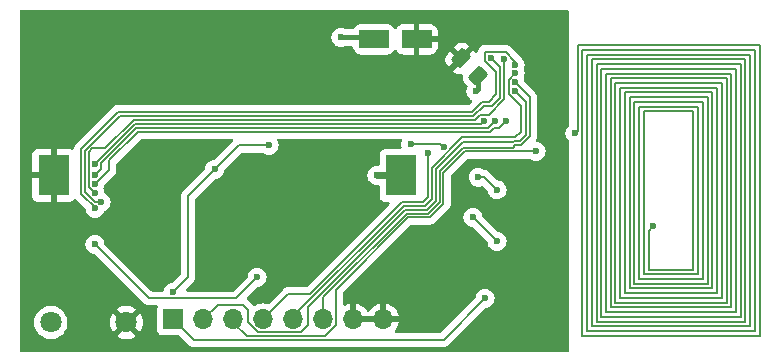
<source format=gtl>
%TF.GenerationSoftware,KiCad,Pcbnew,7.0.5*%
%TF.CreationDate,2023-07-22T13:56:16+02:00*%
%TF.ProjectId,eink-NFC,65696e6b-2d4e-4464-932e-6b696361645f,rev?*%
%TF.SameCoordinates,Original*%
%TF.FileFunction,Copper,L1,Top*%
%TF.FilePolarity,Positive*%
%FSLAX46Y46*%
G04 Gerber Fmt 4.6, Leading zero omitted, Abs format (unit mm)*
G04 Created by KiCad (PCBNEW 7.0.5) date 2023-07-22 13:56:16*
%MOMM*%
%LPD*%
G01*
G04 APERTURE LIST*
G04 Aperture macros list*
%AMRoundRect*
0 Rectangle with rounded corners*
0 $1 Rounding radius*
0 $2 $3 $4 $5 $6 $7 $8 $9 X,Y pos of 4 corners*
0 Add a 4 corners polygon primitive as box body*
4,1,4,$2,$3,$4,$5,$6,$7,$8,$9,$2,$3,0*
0 Add four circle primitives for the rounded corners*
1,1,$1+$1,$2,$3*
1,1,$1+$1,$4,$5*
1,1,$1+$1,$6,$7*
1,1,$1+$1,$8,$9*
0 Add four rect primitives between the rounded corners*
20,1,$1+$1,$2,$3,$4,$5,0*
20,1,$1+$1,$4,$5,$6,$7,0*
20,1,$1+$1,$6,$7,$8,$9,0*
20,1,$1+$1,$8,$9,$2,$3,0*%
G04 Aperture macros list end*
%TA.AperFunction,EtchedComponent*%
%ADD10C,0.200000*%
%TD*%
%TA.AperFunction,SMDPad,CuDef*%
%ADD11R,0.200000X0.200000*%
%TD*%
%TA.AperFunction,SMDPad,CuDef*%
%ADD12RoundRect,0.250000X0.574524X0.097227X0.097227X0.574524X-0.574524X-0.097227X-0.097227X-0.574524X0*%
%TD*%
%TA.AperFunction,ComponentPad*%
%ADD13C,1.800000*%
%TD*%
%TA.AperFunction,ComponentPad*%
%ADD14O,1.700000X1.700000*%
%TD*%
%TA.AperFunction,ComponentPad*%
%ADD15R,1.700000X1.700000*%
%TD*%
%TA.AperFunction,SMDPad,CuDef*%
%ADD16R,2.600000X3.500000*%
%TD*%
%TA.AperFunction,SMDPad,CuDef*%
%ADD17RoundRect,0.250000X-1.050000X-0.550000X1.050000X-0.550000X1.050000X0.550000X-1.050000X0.550000X0*%
%TD*%
%TA.AperFunction,ViaPad*%
%ADD18C,0.600000*%
%TD*%
%TA.AperFunction,Conductor*%
%ADD19C,0.200000*%
%TD*%
%TA.AperFunction,Conductor*%
%ADD20C,0.400000*%
%TD*%
%TA.AperFunction,Conductor*%
%ADD21C,0.600000*%
%TD*%
%TA.AperFunction,Conductor*%
%ADD22C,0.150000*%
%TD*%
G04 APERTURE END LIST*
D10*
%TO.C,ANT1*%
X175140000Y-70504000D02*
X175140000Y-95104000D01*
X159740000Y-70504000D02*
X175140000Y-70504000D01*
X159740000Y-70504000D02*
X159740000Y-77404000D01*
X174740000Y-70904000D02*
X174740000Y-94704000D01*
X160140000Y-70904000D02*
X174740000Y-70904000D01*
X174340000Y-71304000D02*
X174340000Y-94304000D01*
X160540000Y-71304000D02*
X174340000Y-71304000D01*
X173940000Y-71704000D02*
X173940000Y-93904000D01*
X160940000Y-71704000D02*
X173940000Y-71704000D01*
X173540000Y-72104000D02*
X173540000Y-93504000D01*
X161340000Y-72104000D02*
X173540000Y-72104000D01*
X173140000Y-72504000D02*
X173140000Y-93104000D01*
X161740000Y-72504000D02*
X173140000Y-72504000D01*
X172740000Y-72904000D02*
X172740000Y-92704000D01*
X162140000Y-72904000D02*
X172740000Y-72904000D01*
X172340000Y-73304000D02*
X172340000Y-92304000D01*
X162540000Y-73304000D02*
X172340000Y-73304000D01*
X171940000Y-73704000D02*
X171940000Y-91904000D01*
X162940000Y-73704000D02*
X171940000Y-73704000D01*
X171540000Y-74104000D02*
X171540000Y-91504000D01*
X163340000Y-74104000D02*
X171540000Y-74104000D01*
X171140000Y-74504000D02*
X171140000Y-91104000D01*
X163740000Y-74504000D02*
X171140000Y-74504000D01*
X170740000Y-74904000D02*
X170740000Y-90704000D01*
X164140000Y-74904000D02*
X170740000Y-74904000D01*
X170340000Y-75304000D02*
X170340000Y-90304000D01*
X164540000Y-75304000D02*
X170340000Y-75304000D01*
X169940000Y-75704000D02*
X169940000Y-89904000D01*
X164940000Y-75704000D02*
X169940000Y-75704000D01*
X169540000Y-76104000D02*
X169540000Y-89504000D01*
X165340000Y-76104000D02*
X169540000Y-76104000D01*
X169540000Y-89504000D02*
X165740000Y-89504000D01*
X165740000Y-89504000D02*
X165740000Y-86304000D01*
X169940000Y-89904000D02*
X165340000Y-89904000D01*
X165340000Y-89904000D02*
X165340000Y-76104000D01*
X170340000Y-90304000D02*
X164940000Y-90304000D01*
X164940000Y-90304000D02*
X164940000Y-75704000D01*
X170740000Y-90704000D02*
X164540000Y-90704000D01*
X164540000Y-90704000D02*
X164540000Y-75304000D01*
X171140000Y-91104000D02*
X164140000Y-91104000D01*
X164140000Y-91104000D02*
X164140000Y-74904000D01*
X171540000Y-91504000D02*
X163740000Y-91504000D01*
X163740000Y-91504000D02*
X163740000Y-74504000D01*
X171940000Y-91904000D02*
X163340000Y-91904000D01*
X163340000Y-91904000D02*
X163340000Y-74104000D01*
X172340000Y-92304000D02*
X162940000Y-92304000D01*
X162940000Y-92304000D02*
X162940000Y-73704000D01*
X172740000Y-92704000D02*
X162540000Y-92704000D01*
X162540000Y-92704000D02*
X162540000Y-73304000D01*
X173140000Y-93104000D02*
X162140000Y-93104000D01*
X162140000Y-93104000D02*
X162140000Y-72904000D01*
X173540000Y-93504000D02*
X161740000Y-93504000D01*
X161740000Y-93504000D02*
X161740000Y-72504000D01*
X173940000Y-93904000D02*
X161340000Y-93904000D01*
X161340000Y-93904000D02*
X161340000Y-72104000D01*
X174340000Y-94304000D02*
X160940000Y-94304000D01*
X160940000Y-94304000D02*
X160940000Y-71704000D01*
X174740000Y-94704000D02*
X160540000Y-94704000D01*
X160540000Y-94704000D02*
X160540000Y-71304000D01*
X175140000Y-95104000D02*
X160140000Y-95104000D01*
X160140000Y-95104000D02*
X160140000Y-70904000D01*
%TD*%
D11*
%TO.P,ANT1,P$1,1*%
%TO.N,Net-(ANT1-1)*%
X165740000Y-86304000D03*
%TO.P,ANT1,P$2,2*%
%TO.N,Net-(ANT1-2)*%
X159740000Y-77504000D03*
%TD*%
D12*
%TO.P,C4,1*%
%TO.N,VDD*%
X151327246Y-73094246D03*
%TO.P,C4,2*%
%TO.N,GND*%
X149860000Y-71627000D03*
%TD*%
D13*
%TO.P,S1,1,COM*%
%TO.N,NRST*%
X115131500Y-93980000D03*
%TO.P,S1,2,NO*%
%TO.N,GND*%
X121531500Y-93980000D03*
%TD*%
D14*
%TO.P,J2,8,Pin_8*%
%TO.N,GND*%
X143276793Y-93725293D03*
%TO.P,J2,7,Pin_7*%
X140736793Y-93725293D03*
%TO.P,J2,6,Pin_6*%
%TO.N,USART_RX*%
X138196793Y-93725293D03*
%TO.P,J2,5,Pin_5*%
%TO.N,USART_TX*%
X135656793Y-93725293D03*
%TO.P,J2,4,Pin_4*%
%TO.N,NRST*%
X133116793Y-93725293D03*
%TO.P,J2,3,Pin_3*%
%TO.N,SWCLK*%
X130576793Y-93725293D03*
%TO.P,J2,2,Pin_2*%
%TO.N,SWDIO*%
X128036793Y-93725293D03*
D15*
%TO.P,J2,1,Pin_1*%
%TO.N,VDD*%
X125496793Y-93725293D03*
%TD*%
D16*
%TO.P,BT1,1,+*%
%TO.N,+BATT*%
X144769500Y-81534000D03*
%TO.P,BT1,2,-*%
%TO.N,GND*%
X115369500Y-81534000D03*
%TD*%
D17*
%TO.P,C16,2*%
%TO.N,GND*%
X146094000Y-70000000D03*
%TO.P,C16,1*%
%TO.N,VDD*%
X142494000Y-70000000D03*
%TD*%
D18*
%TO.N,GND*%
X147320000Y-88900000D03*
X146050000Y-88900000D03*
X147320000Y-87630000D03*
X146050000Y-87630000D03*
X114808000Y-86360000D03*
X114808000Y-85344000D03*
X114808000Y-84328000D03*
X114808000Y-78740000D03*
X114808000Y-77724000D03*
X114808000Y-76708000D03*
X135890000Y-88900000D03*
X134620000Y-88900000D03*
X135890000Y-87630000D03*
X134620000Y-87630000D03*
X150114000Y-75158600D03*
X158165800Y-81864200D03*
X149860000Y-84124800D03*
%TO.N,+3V8*%
X151310500Y-81686400D03*
X145592800Y-78892400D03*
X148386800Y-79121000D03*
X152908000Y-82753200D03*
%TO.N,VDD*%
X151892000Y-91948000D03*
X151130000Y-74422000D03*
X139700000Y-69850000D03*
%TO.N,Net-(ANT1-1)*%
X166116000Y-85852000D03*
%TO.N,Net-(ANT1-2)*%
X159512000Y-77978000D03*
%TO.N,+BATT*%
X142748000Y-81534000D03*
%TO.N,GND*%
X146558000Y-73660000D03*
X125501400Y-75031600D03*
X116840000Y-84582000D03*
X125730000Y-86614000D03*
X125476000Y-89408000D03*
X133604000Y-83058000D03*
X130048000Y-74422000D03*
X116840000Y-78486000D03*
X129032000Y-74422000D03*
X125730000Y-85598000D03*
X131064000Y-74422000D03*
%TO.N,NRST*%
X147059100Y-79629000D03*
%TO.N,VDD*%
X129010500Y-81026000D03*
X125476000Y-91440000D03*
X133604000Y-78994000D03*
%TO.N,SWDIO*%
X154422959Y-74395544D03*
%TO.N,SWCLK*%
X156210000Y-79502000D03*
%TO.N,USART_TX*%
X154432000Y-72898000D03*
%TO.N,USART_RX*%
X154432000Y-73660000D03*
%TO.N,GDR*%
X132588000Y-90170000D03*
X118872000Y-87376000D03*
%TO.N,ePaper_BUSY*%
X118872000Y-84328000D03*
X154432000Y-72171497D03*
%TO.N,ePaper_RESET#*%
X152400000Y-71628000D03*
X119380000Y-83784503D03*
%TO.N,ePaper_D{slash}C#*%
X153486166Y-71698165D03*
X118872000Y-83058000D03*
%TO.N,ePaper_CS#*%
X153650538Y-76923565D03*
X118853500Y-82296000D03*
%TO.N,ePaper_SCK*%
X152698540Y-76958783D03*
X118853500Y-81534000D03*
%TO.N,ePaper_MOSI*%
X151790400Y-76962500D03*
X118853500Y-80576052D03*
%TO.N,SYS_WKUP1*%
X152908000Y-87122000D03*
X150876000Y-85090000D03*
%TD*%
D19*
%TO.N,ePaper_BUSY*%
X118934261Y-84328000D02*
X118872000Y-84328000D01*
X117672500Y-83066239D02*
X118934261Y-84328000D01*
X117672500Y-79303813D02*
X117672500Y-83066239D01*
X122988792Y-76181000D02*
X122969792Y-76162000D01*
X150782904Y-76181000D02*
X122988792Y-76181000D01*
X151649704Y-75314200D02*
X150782904Y-76181000D01*
X152193600Y-75314200D02*
X151649704Y-75314200D01*
X152832166Y-74675634D02*
X152193600Y-75314200D01*
X120814313Y-76162000D02*
X117672500Y-79303813D01*
X152831800Y-74675268D02*
X152832166Y-74675634D01*
X152831800Y-72694800D02*
X152831800Y-74675268D01*
X152704800Y-72694800D02*
X152831800Y-72694800D01*
X122969792Y-76162000D02*
X120814313Y-76162000D01*
X151885600Y-71101000D02*
X151866600Y-71120000D01*
X153634292Y-71101000D02*
X151885600Y-71101000D01*
X151866600Y-71856600D02*
X152704800Y-72694800D01*
X154432000Y-71898708D02*
X153634292Y-71101000D01*
X154432000Y-72171497D02*
X154432000Y-71898708D01*
X151866600Y-71120000D02*
X151866600Y-71856600D01*
%TO.N,ePaper_RESET#*%
X153159166Y-72387166D02*
X152400000Y-71628000D01*
X153159166Y-74958234D02*
X153159166Y-72387166D01*
X152476200Y-75641200D02*
X153159166Y-74958234D01*
X151785152Y-75641200D02*
X152476200Y-75641200D01*
X150918352Y-76508000D02*
X151785152Y-75641200D01*
X122853344Y-76508000D02*
X150918352Y-76508000D01*
X122834344Y-76489000D02*
X122853344Y-76508000D01*
X120949761Y-76489000D02*
X122834344Y-76489000D01*
X117999500Y-79439261D02*
X120949761Y-76489000D01*
X118853212Y-83784503D02*
X117999500Y-82930791D01*
X117999500Y-82930791D02*
X117999500Y-79439261D01*
X119380000Y-83784503D02*
X118853212Y-83784503D01*
%TO.N,ePaper_D{slash}C#*%
X118870209Y-83058000D02*
X118872000Y-83058000D01*
X118326500Y-82514291D02*
X118870209Y-83058000D01*
X118326500Y-79574709D02*
X118326500Y-82514291D01*
X118653209Y-79248000D02*
X118326500Y-79574709D01*
X119719104Y-79248000D02*
X118653209Y-79248000D01*
X122698896Y-76816000D02*
X122151104Y-76816000D01*
X122717896Y-76835000D02*
X122698896Y-76816000D01*
X151053800Y-76835000D02*
X122717896Y-76835000D01*
X122151104Y-76816000D02*
X119719104Y-79248000D01*
X152202048Y-76377800D02*
X151511000Y-76377800D01*
X151511000Y-76377800D02*
X151053800Y-76835000D01*
X153486166Y-75093682D02*
X152202048Y-76377800D01*
X153486166Y-71698165D02*
X153486166Y-75093682D01*
%TO.N,SWDIO*%
X129282100Y-92481400D02*
X128037500Y-93726000D01*
X131368800Y-92481400D02*
X129282100Y-92481400D01*
X131826000Y-92938600D02*
X131368800Y-92481400D01*
X131826000Y-93980000D02*
X131826000Y-92938600D01*
X132649000Y-94803000D02*
X131826000Y-93980000D01*
X136275109Y-94803000D02*
X132649000Y-94803000D01*
X136906000Y-94172109D02*
X136275109Y-94803000D01*
X136906000Y-92664448D02*
X136906000Y-94172109D01*
X145134448Y-84436000D02*
X136906000Y-92664448D01*
X146949526Y-84436000D02*
X145134448Y-84436000D01*
X147720000Y-83665526D02*
X146949526Y-84436000D01*
X147720000Y-81020939D02*
X147720000Y-83665526D01*
X154332261Y-78648000D02*
X154240261Y-78740000D01*
X154823552Y-78648000D02*
X154332261Y-78648000D01*
X155375000Y-75347585D02*
X155375000Y-78096552D01*
X150000939Y-78740000D02*
X147720000Y-81020939D01*
X154422959Y-74395544D02*
X155375000Y-75347585D01*
X154240261Y-78740000D02*
X150000939Y-78740000D01*
X155375000Y-78096552D02*
X154823552Y-78648000D01*
%TO.N,ePaper_CS#*%
X122538448Y-77816000D02*
X120085000Y-80269448D01*
X152303771Y-77816000D02*
X122538448Y-77816000D01*
X120085000Y-81064500D02*
X118853500Y-82296000D01*
X153088320Y-77485783D02*
X152633988Y-77485783D01*
X120085000Y-80269448D02*
X120085000Y-81064500D01*
X153650538Y-76923565D02*
X153088320Y-77485783D01*
X152633988Y-77485783D02*
X152303771Y-77816000D01*
%TO.N,+3V8*%
X148107400Y-78841600D02*
X148386800Y-79121000D01*
X146558697Y-78841600D02*
X148107400Y-78841600D01*
X146507897Y-78892400D02*
X146558697Y-78841600D01*
X145592800Y-78892400D02*
X146507897Y-78892400D01*
X151841200Y-81686400D02*
X152908000Y-82753200D01*
X151310500Y-81686400D02*
X151841200Y-81686400D01*
%TO.N,ePaper_SCK*%
X119380000Y-81007500D02*
X118853500Y-81534000D01*
X122422000Y-77470000D02*
X119380000Y-80512000D01*
X122428000Y-77470000D02*
X122422000Y-77470000D01*
X152168323Y-77489000D02*
X122447000Y-77489000D01*
X152698540Y-76958783D02*
X152168323Y-77489000D01*
X122447000Y-77489000D02*
X122428000Y-77470000D01*
X119380000Y-80512000D02*
X119380000Y-81007500D01*
%TO.N,ePaper_MOSI*%
X122286552Y-77143000D02*
X118853500Y-80576052D01*
X151790400Y-76962500D02*
X151590900Y-77162000D01*
X122582448Y-77162000D02*
X122563448Y-77143000D01*
X151590900Y-77162000D02*
X122582448Y-77162000D01*
X122563448Y-77143000D02*
X122286552Y-77143000D01*
%TO.N,SWCLK*%
X130577500Y-94001500D02*
X130577500Y-93726000D01*
X131706000Y-95130000D02*
X130577500Y-94001500D01*
X138316609Y-95130000D02*
X131706000Y-95130000D01*
X139274500Y-91220844D02*
X139274500Y-94172109D01*
X147220422Y-85090000D02*
X145405344Y-85090000D01*
X148374000Y-83936422D02*
X147220422Y-85090000D01*
X139274500Y-94172109D02*
X138316609Y-95130000D01*
X148374000Y-81291835D02*
X148374000Y-83936422D01*
X150163835Y-79502000D02*
X148374000Y-81291835D01*
X145405344Y-85090000D02*
X139274500Y-91220844D01*
X156210000Y-79502000D02*
X150163835Y-79502000D01*
%TO.N,USART_RX*%
X155702000Y-74930000D02*
X154432000Y-73660000D01*
X154959000Y-78975000D02*
X155702000Y-78232000D01*
X154467709Y-78975000D02*
X154959000Y-78975000D01*
X154267709Y-79175000D02*
X154467709Y-78975000D01*
X148047000Y-81156387D02*
X150028387Y-79175000D01*
X148047000Y-83800974D02*
X148047000Y-81156387D01*
X155702000Y-78232000D02*
X155702000Y-74930000D01*
X150028387Y-79175000D02*
X154267709Y-79175000D01*
X147084974Y-84763000D02*
X148047000Y-83800974D01*
X145269896Y-84763000D02*
X147084974Y-84763000D01*
X138197500Y-91835396D02*
X145269896Y-84763000D01*
X138197500Y-93726000D02*
X138197500Y-91835396D01*
%TO.N,USART_TX*%
X153895959Y-73434041D02*
X154432000Y-72898000D01*
X154959000Y-75676876D02*
X153895959Y-74613835D01*
X154959000Y-77829709D02*
X154959000Y-75676876D01*
X147393000Y-80885491D02*
X149957491Y-78321000D01*
X147393000Y-83530078D02*
X147393000Y-80885491D01*
X153895959Y-74613835D02*
X153895959Y-73434041D01*
X146814078Y-84109000D02*
X147393000Y-83530078D01*
X144999000Y-84109000D02*
X146814078Y-84109000D01*
X135657500Y-93450500D02*
X144999000Y-84109000D01*
X154467709Y-78321000D02*
X154959000Y-77829709D01*
X135657500Y-93726000D02*
X135657500Y-93450500D01*
X149957491Y-78321000D02*
X154467709Y-78321000D01*
%TO.N,NRST*%
X137055776Y-91589776D02*
X135253724Y-91589776D01*
X146678630Y-83782000D02*
X144863552Y-83782000D01*
X144863552Y-83782000D02*
X137055776Y-91589776D01*
X135253724Y-91589776D02*
X133117500Y-93726000D01*
X147066000Y-79635900D02*
X147066000Y-83394630D01*
X147059100Y-79629000D02*
X147066000Y-79635900D01*
X147066000Y-83394630D02*
X146678630Y-83782000D01*
%TO.N,VDD*%
X127228500Y-95457000D02*
X148383000Y-95457000D01*
X148383000Y-95457000D02*
X151892000Y-91948000D01*
X125497500Y-93726000D02*
X127228500Y-95457000D01*
D20*
X151327246Y-74224754D02*
X151130000Y-74422000D01*
X151327246Y-73094246D02*
X151327246Y-74224754D01*
X139700000Y-69850000D02*
X142344000Y-69850000D01*
X142344000Y-69850000D02*
X142494000Y-70000000D01*
D19*
%TO.N,Net-(ANT1-1)*%
X165740000Y-86228000D02*
X166116000Y-85852000D01*
%TO.N,Net-(ANT1-2)*%
X159740000Y-77504000D02*
X159740000Y-77750000D01*
X159740000Y-77750000D02*
X159512000Y-77978000D01*
D21*
%TO.N,+BATT*%
X144769500Y-81534000D02*
X142748000Y-81534000D01*
D19*
%TO.N,VDD*%
X126746000Y-90170000D02*
X126746000Y-83290500D01*
X133604000Y-78994000D02*
X131042500Y-78994000D01*
X125476000Y-91440000D02*
X126746000Y-90170000D01*
X131042500Y-78994000D02*
X129010500Y-81026000D01*
X126746000Y-83290500D02*
X129010500Y-81026000D01*
D22*
%TO.N,GDR*%
X123438000Y-91942000D02*
X130816000Y-91942000D01*
X118872000Y-87376000D02*
X123438000Y-91942000D01*
X130816000Y-91942000D02*
X132588000Y-90170000D01*
D19*
%TO.N,SYS_WKUP1*%
X150876000Y-85090000D02*
X152908000Y-87122000D01*
%TD*%
%TA.AperFunction,Conductor*%
%TO.N,GND*%
G36*
X142817300Y-93515449D02*
G01*
X142776793Y-93653404D01*
X142776793Y-93797182D01*
X142817300Y-93935137D01*
X142843107Y-93975293D01*
X141170479Y-93975293D01*
X141196286Y-93935137D01*
X141236793Y-93797182D01*
X141236793Y-93653404D01*
X141196286Y-93515449D01*
X141170479Y-93475293D01*
X142843107Y-93475293D01*
X142817300Y-93515449D01*
G37*
%TD.AperFunction*%
%TA.AperFunction,Conductor*%
G36*
X144803509Y-78436185D02*
G01*
X144849264Y-78488989D01*
X144859208Y-78558147D01*
X144853512Y-78581454D01*
X144807432Y-78713142D01*
X144807430Y-78713150D01*
X144787235Y-78892396D01*
X144787235Y-78892403D01*
X144807430Y-79071649D01*
X144807432Y-79071657D01*
X144823839Y-79118546D01*
X144827400Y-79188325D01*
X144792671Y-79248952D01*
X144730677Y-79281179D01*
X144706797Y-79283500D01*
X143421629Y-79283500D01*
X143421623Y-79283501D01*
X143362016Y-79289908D01*
X143227171Y-79340202D01*
X143227164Y-79340206D01*
X143111955Y-79426452D01*
X143111952Y-79426455D01*
X143025706Y-79541664D01*
X143025702Y-79541671D01*
X142975408Y-79676517D01*
X142969001Y-79736116D01*
X142969000Y-79736135D01*
X142969000Y-80609500D01*
X142949315Y-80676539D01*
X142896511Y-80722294D01*
X142845000Y-80733500D01*
X142796436Y-80733500D01*
X142789497Y-80733110D01*
X142760599Y-80729854D01*
X142748002Y-80728435D01*
X142747998Y-80728435D01*
X142718030Y-80731811D01*
X142703046Y-80733500D01*
X142693280Y-80734600D01*
X142568750Y-80748630D01*
X142568745Y-80748631D01*
X142398476Y-80808211D01*
X142245737Y-80904184D01*
X142118184Y-81031737D01*
X142022211Y-81184476D01*
X141962631Y-81354745D01*
X141962630Y-81354750D01*
X141942435Y-81533996D01*
X141942435Y-81534003D01*
X141962630Y-81713249D01*
X141962631Y-81713254D01*
X142022211Y-81883523D01*
X142112622Y-82027410D01*
X142118184Y-82036262D01*
X142245738Y-82163816D01*
X142398478Y-82259789D01*
X142568745Y-82319368D01*
X142568749Y-82319368D01*
X142568752Y-82319369D01*
X142682730Y-82332211D01*
X142747997Y-82339565D01*
X142748000Y-82339565D01*
X142748002Y-82339565D01*
X142760599Y-82338145D01*
X142789497Y-82334889D01*
X142796436Y-82334500D01*
X142845001Y-82334500D01*
X142912040Y-82354185D01*
X142957795Y-82406989D01*
X142969001Y-82458500D01*
X142969001Y-83331876D01*
X142975408Y-83391483D01*
X143025702Y-83526328D01*
X143025706Y-83526335D01*
X143111952Y-83641544D01*
X143111955Y-83641547D01*
X143227164Y-83727793D01*
X143227171Y-83727797D01*
X143272118Y-83744560D01*
X143362017Y-83778091D01*
X143421627Y-83784500D01*
X143712455Y-83784499D01*
X143779493Y-83804183D01*
X143825248Y-83856987D01*
X143835192Y-83926146D01*
X143806167Y-83989701D01*
X143800135Y-83996180D01*
X136843360Y-90952957D01*
X136782037Y-90986442D01*
X136755679Y-90989276D01*
X135297152Y-90989276D01*
X135289053Y-90988745D01*
X135253724Y-90984094D01*
X135214363Y-90989276D01*
X135096963Y-91004731D01*
X135096961Y-91004732D01*
X134950884Y-91065239D01*
X134825438Y-91161497D01*
X134803748Y-91189766D01*
X134798395Y-91195870D01*
X133601438Y-92392825D01*
X133540115Y-92426310D01*
X133481664Y-92424919D01*
X133352206Y-92390231D01*
X133352196Y-92390229D01*
X133116794Y-92369634D01*
X133116792Y-92369634D01*
X132881389Y-92390229D01*
X132881379Y-92390231D01*
X132653137Y-92451387D01*
X132653128Y-92451390D01*
X132438959Y-92551260D01*
X132438955Y-92551262D01*
X132436485Y-92552992D01*
X132435222Y-92553417D01*
X132434269Y-92553968D01*
X132434158Y-92553776D01*
X132370276Y-92575310D01*
X132302511Y-92558290D01*
X132267000Y-92526893D01*
X132263602Y-92522465D01*
X132254282Y-92510318D01*
X132244335Y-92502686D01*
X132226010Y-92488625D01*
X132219914Y-92483279D01*
X131824120Y-92087485D01*
X131818780Y-92081395D01*
X131797082Y-92053118D01*
X131751775Y-92018353D01*
X131710573Y-91961926D01*
X131706418Y-91892180D01*
X131739579Y-91832299D01*
X132566690Y-91005188D01*
X132628011Y-90971705D01*
X132640483Y-90969651D01*
X132665210Y-90966865D01*
X132767250Y-90955369D01*
X132767253Y-90955368D01*
X132767255Y-90955368D01*
X132937522Y-90895789D01*
X133090262Y-90799816D01*
X133217816Y-90672262D01*
X133313789Y-90519522D01*
X133373368Y-90349255D01*
X133373369Y-90349249D01*
X133393565Y-90170003D01*
X133393565Y-90169996D01*
X133373369Y-89990750D01*
X133373368Y-89990745D01*
X133313788Y-89820476D01*
X133217815Y-89667737D01*
X133090262Y-89540184D01*
X132937523Y-89444211D01*
X132767254Y-89384631D01*
X132767249Y-89384630D01*
X132588004Y-89364435D01*
X132587996Y-89364435D01*
X132408750Y-89384630D01*
X132408745Y-89384631D01*
X132238476Y-89444211D01*
X132085737Y-89540184D01*
X131958184Y-89667737D01*
X131862210Y-89820478D01*
X131802630Y-89990750D01*
X131788347Y-90117513D01*
X131761280Y-90181927D01*
X131752808Y-90191310D01*
X130613939Y-91330181D01*
X130552616Y-91363666D01*
X130526258Y-91366500D01*
X126698097Y-91366500D01*
X126631058Y-91346815D01*
X126585303Y-91294011D01*
X126575359Y-91224853D01*
X126604384Y-91161297D01*
X126610416Y-91154819D01*
X126676244Y-91088990D01*
X127139923Y-90625310D01*
X127145998Y-90619984D01*
X127174282Y-90598282D01*
X127270536Y-90472841D01*
X127331044Y-90326762D01*
X127346500Y-90209361D01*
X127351682Y-90170000D01*
X127351681Y-90169996D01*
X127347031Y-90134673D01*
X127346500Y-90126571D01*
X127346500Y-83590596D01*
X127366185Y-83523557D01*
X127382814Y-83502920D01*
X129029035Y-81856698D01*
X129090356Y-81823215D01*
X129102811Y-81821163D01*
X129189755Y-81811368D01*
X129360022Y-81751789D01*
X129512762Y-81655816D01*
X129640316Y-81528262D01*
X129736289Y-81375522D01*
X129795868Y-81205255D01*
X129805661Y-81118329D01*
X129832726Y-81053918D01*
X129841190Y-81044543D01*
X131254915Y-79630819D01*
X131316239Y-79597334D01*
X131342597Y-79594500D01*
X133021588Y-79594500D01*
X133088627Y-79614185D01*
X133098903Y-79621555D01*
X133101736Y-79623814D01*
X133101738Y-79623816D01*
X133254478Y-79719789D01*
X133424744Y-79779367D01*
X133424745Y-79779368D01*
X133424750Y-79779369D01*
X133603996Y-79799565D01*
X133604000Y-79799565D01*
X133604004Y-79799565D01*
X133783249Y-79779369D01*
X133783252Y-79779368D01*
X133783255Y-79779368D01*
X133953522Y-79719789D01*
X134106262Y-79623816D01*
X134233816Y-79496262D01*
X134329789Y-79343522D01*
X134389368Y-79173255D01*
X134391709Y-79152478D01*
X134409565Y-78994003D01*
X134409565Y-78993996D01*
X134389369Y-78814750D01*
X134389368Y-78814745D01*
X134329788Y-78644475D01*
X134305909Y-78606473D01*
X134286908Y-78539236D01*
X134307275Y-78472401D01*
X134360543Y-78427187D01*
X134410902Y-78416500D01*
X144736470Y-78416500D01*
X144803509Y-78436185D01*
G37*
%TD.AperFunction*%
%TA.AperFunction,Conductor*%
G36*
X158943039Y-67520185D02*
G01*
X158988794Y-67572989D01*
X159000000Y-67624500D01*
X159000000Y-77306560D01*
X158980315Y-77373599D01*
X158963681Y-77394241D01*
X158882184Y-77475737D01*
X158786211Y-77628476D01*
X158726631Y-77798745D01*
X158726630Y-77798750D01*
X158706435Y-77977996D01*
X158706435Y-77978003D01*
X158726630Y-78157249D01*
X158726631Y-78157254D01*
X158786211Y-78327523D01*
X158882184Y-78480262D01*
X158963681Y-78561759D01*
X158997166Y-78623082D01*
X159000000Y-78649440D01*
X159000000Y-96375500D01*
X158980315Y-96442539D01*
X158927511Y-96488294D01*
X158876000Y-96499500D01*
X112624500Y-96499500D01*
X112557461Y-96479815D01*
X112511706Y-96427011D01*
X112500500Y-96375500D01*
X112500500Y-93980006D01*
X113726200Y-93980006D01*
X113745364Y-94211297D01*
X113745366Y-94211308D01*
X113802342Y-94436300D01*
X113895575Y-94648848D01*
X114022516Y-94843147D01*
X114022519Y-94843151D01*
X114022521Y-94843153D01*
X114179716Y-95013913D01*
X114179719Y-95013915D01*
X114179722Y-95013918D01*
X114362865Y-95156464D01*
X114362871Y-95156468D01*
X114362874Y-95156470D01*
X114530360Y-95247109D01*
X114566152Y-95266479D01*
X114566997Y-95266936D01*
X114680987Y-95306068D01*
X114786515Y-95342297D01*
X114786517Y-95342297D01*
X114786519Y-95342298D01*
X115015451Y-95380500D01*
X115015452Y-95380500D01*
X115247548Y-95380500D01*
X115247549Y-95380500D01*
X115476481Y-95342298D01*
X115696003Y-95266936D01*
X115900126Y-95156470D01*
X116083284Y-95013913D01*
X116240479Y-94843153D01*
X116367424Y-94648849D01*
X116460657Y-94436300D01*
X116517634Y-94211305D01*
X116517635Y-94211297D01*
X116536800Y-93980006D01*
X116536800Y-93980005D01*
X120126702Y-93980005D01*
X120145861Y-94211218D01*
X120202817Y-94436135D01*
X120296016Y-94648609D01*
X120380311Y-94777633D01*
X120968726Y-94189219D01*
X121007401Y-94282588D01*
X121103575Y-94407925D01*
X121228912Y-94504099D01*
X121322279Y-94542772D01*
X120732699Y-95132351D01*
X120763150Y-95156050D01*
X120967197Y-95266476D01*
X120967206Y-95266479D01*
X121186639Y-95341811D01*
X121415493Y-95380000D01*
X121647507Y-95380000D01*
X121876360Y-95341811D01*
X122095793Y-95266479D01*
X122095802Y-95266476D01*
X122299850Y-95156050D01*
X122330298Y-95132351D01*
X121740720Y-94542773D01*
X121834088Y-94504099D01*
X121959425Y-94407925D01*
X122055599Y-94282589D01*
X122094272Y-94189220D01*
X122682686Y-94777634D01*
X122766984Y-94648606D01*
X122860182Y-94436135D01*
X122917138Y-94211218D01*
X122936298Y-93980005D01*
X122936298Y-93979994D01*
X122917138Y-93748781D01*
X122860182Y-93523864D01*
X122766983Y-93311390D01*
X122682686Y-93182364D01*
X122094272Y-93770778D01*
X122055599Y-93677412D01*
X121959425Y-93552075D01*
X121834088Y-93455901D01*
X121740720Y-93417227D01*
X122330299Y-92827648D01*
X122330299Y-92827647D01*
X122299849Y-92803949D01*
X122095802Y-92693523D01*
X122095793Y-92693520D01*
X121876360Y-92618188D01*
X121647507Y-92580000D01*
X121415493Y-92580000D01*
X121186639Y-92618188D01*
X120967206Y-92693520D01*
X120967198Y-92693523D01*
X120763144Y-92803952D01*
X120732700Y-92827646D01*
X120732700Y-92827647D01*
X121322279Y-93417226D01*
X121228912Y-93455901D01*
X121103575Y-93552075D01*
X121007401Y-93677411D01*
X120968726Y-93770779D01*
X120380312Y-93182365D01*
X120296016Y-93311391D01*
X120296014Y-93311395D01*
X120202817Y-93523864D01*
X120145861Y-93748781D01*
X120126702Y-93979994D01*
X120126702Y-93980005D01*
X116536800Y-93980005D01*
X116536800Y-93979993D01*
X116517635Y-93748702D01*
X116517633Y-93748691D01*
X116460657Y-93523699D01*
X116367424Y-93311151D01*
X116240483Y-93116852D01*
X116240480Y-93116849D01*
X116240479Y-93116847D01*
X116083284Y-92946087D01*
X116083279Y-92946083D01*
X116083277Y-92946081D01*
X115900134Y-92803535D01*
X115900128Y-92803531D01*
X115696004Y-92693064D01*
X115695995Y-92693061D01*
X115476484Y-92617702D01*
X115304782Y-92589050D01*
X115247549Y-92579500D01*
X115015451Y-92579500D01*
X114969664Y-92587140D01*
X114786515Y-92617702D01*
X114567004Y-92693061D01*
X114566995Y-92693064D01*
X114362871Y-92803531D01*
X114362865Y-92803535D01*
X114179722Y-92946081D01*
X114179719Y-92946084D01*
X114022516Y-93116852D01*
X113895575Y-93311151D01*
X113802342Y-93523699D01*
X113745366Y-93748691D01*
X113745364Y-93748702D01*
X113726200Y-93979993D01*
X113726200Y-93980006D01*
X112500500Y-93980006D01*
X112500500Y-81784000D01*
X113569500Y-81784000D01*
X113569500Y-83331844D01*
X113575901Y-83391372D01*
X113575903Y-83391379D01*
X113626145Y-83526086D01*
X113626149Y-83526093D01*
X113712309Y-83641187D01*
X113712312Y-83641190D01*
X113827406Y-83727350D01*
X113827413Y-83727354D01*
X113962120Y-83777596D01*
X113962127Y-83777598D01*
X114021655Y-83783999D01*
X114021672Y-83784000D01*
X115119500Y-83784000D01*
X115619500Y-83784000D01*
X116717328Y-83784000D01*
X116717344Y-83783999D01*
X116776872Y-83777598D01*
X116776879Y-83777596D01*
X116911586Y-83727354D01*
X116911593Y-83727350D01*
X117026686Y-83641191D01*
X117099985Y-83543277D01*
X117155919Y-83501406D01*
X117225611Y-83496422D01*
X117286933Y-83529907D01*
X118033392Y-84276366D01*
X118066877Y-84337689D01*
X118068931Y-84350163D01*
X118086630Y-84507250D01*
X118086631Y-84507254D01*
X118146211Y-84677523D01*
X118185769Y-84740478D01*
X118242184Y-84830262D01*
X118369738Y-84957816D01*
X118433159Y-84997666D01*
X118501780Y-85040784D01*
X118522478Y-85053789D01*
X118625952Y-85089996D01*
X118692745Y-85113368D01*
X118692750Y-85113369D01*
X118871996Y-85133565D01*
X118872000Y-85133565D01*
X118872004Y-85133565D01*
X119051249Y-85113369D01*
X119051252Y-85113368D01*
X119051255Y-85113368D01*
X119221522Y-85053789D01*
X119374262Y-84957816D01*
X119501816Y-84830262D01*
X119597789Y-84677522D01*
X119626366Y-84595849D01*
X119667087Y-84539075D01*
X119702455Y-84519763D01*
X119729522Y-84510292D01*
X119882262Y-84414319D01*
X120009816Y-84286765D01*
X120105789Y-84134025D01*
X120165368Y-83963758D01*
X120169606Y-83926146D01*
X120185565Y-83784506D01*
X120185565Y-83784499D01*
X120165369Y-83605253D01*
X120165368Y-83605248D01*
X120121188Y-83478989D01*
X120105789Y-83434981D01*
X120009816Y-83282241D01*
X119882262Y-83154687D01*
X119882261Y-83154687D01*
X119724255Y-83055404D01*
X119677964Y-83003069D01*
X119667007Y-82964293D01*
X119657369Y-82878750D01*
X119657366Y-82878737D01*
X119597793Y-82708490D01*
X119597789Y-82708478D01*
X119597781Y-82708465D01*
X119596605Y-82706022D01*
X119596315Y-82704265D01*
X119595490Y-82701906D01*
X119595903Y-82701761D01*
X119585246Y-82637082D01*
X119591276Y-82611263D01*
X119638868Y-82475255D01*
X119648661Y-82388329D01*
X119675726Y-82323918D01*
X119684190Y-82314543D01*
X120478922Y-81519811D01*
X120484999Y-81514483D01*
X120513282Y-81492782D01*
X120609536Y-81367341D01*
X120670044Y-81221262D01*
X120685500Y-81103861D01*
X120690682Y-81064500D01*
X120686028Y-81029152D01*
X120685500Y-81021087D01*
X120685500Y-80569545D01*
X120705185Y-80502505D01*
X120721819Y-80481864D01*
X122750865Y-78452819D01*
X122812188Y-78419334D01*
X122838546Y-78416500D01*
X130471402Y-78416500D01*
X130538441Y-78436185D01*
X130584196Y-78488989D01*
X130594140Y-78558147D01*
X130565115Y-78621703D01*
X130559083Y-78628181D01*
X128991965Y-80195298D01*
X128930642Y-80228783D01*
X128918168Y-80230837D01*
X128831250Y-80240630D01*
X128660978Y-80300210D01*
X128508237Y-80396184D01*
X128380684Y-80523737D01*
X128284710Y-80676478D01*
X128225130Y-80846750D01*
X128215337Y-80933668D01*
X128188270Y-80998082D01*
X128179798Y-81007465D01*
X126352096Y-82835168D01*
X126345994Y-82840519D01*
X126317716Y-82862219D01*
X126234898Y-82970151D01*
X126221464Y-82987656D01*
X126221462Y-82987659D01*
X126160957Y-83133734D01*
X126160955Y-83133739D01*
X126140318Y-83290498D01*
X126140318Y-83290499D01*
X126144969Y-83325826D01*
X126145500Y-83333928D01*
X126145500Y-89869902D01*
X126125815Y-89936941D01*
X126109181Y-89957583D01*
X125457465Y-90609298D01*
X125396142Y-90642783D01*
X125383668Y-90644837D01*
X125296750Y-90654630D01*
X125126478Y-90714210D01*
X124973737Y-90810184D01*
X124846184Y-90937737D01*
X124750210Y-91090478D01*
X124690629Y-91260753D01*
X124689080Y-91267541D01*
X124686663Y-91266989D01*
X124664066Y-91320785D01*
X124606477Y-91360348D01*
X124567903Y-91366500D01*
X123727742Y-91366500D01*
X123660703Y-91346815D01*
X123640061Y-91330181D01*
X119707190Y-87397310D01*
X119673705Y-87335987D01*
X119671651Y-87323512D01*
X119657369Y-87196750D01*
X119657368Y-87196745D01*
X119648435Y-87171215D01*
X119597789Y-87026478D01*
X119501816Y-86873738D01*
X119374262Y-86746184D01*
X119374262Y-86746183D01*
X119221523Y-86650211D01*
X119051254Y-86590631D01*
X119051249Y-86590630D01*
X118872004Y-86570435D01*
X118871996Y-86570435D01*
X118692750Y-86590630D01*
X118692745Y-86590631D01*
X118522476Y-86650211D01*
X118369737Y-86746184D01*
X118242184Y-86873737D01*
X118146211Y-87026476D01*
X118086631Y-87196745D01*
X118086630Y-87196750D01*
X118066435Y-87375996D01*
X118066435Y-87376003D01*
X118086630Y-87555249D01*
X118086631Y-87555254D01*
X118146211Y-87725523D01*
X118242183Y-87878262D01*
X118242184Y-87878262D01*
X118369738Y-88005816D01*
X118522478Y-88101789D01*
X118692744Y-88161368D01*
X118692745Y-88161368D01*
X118692750Y-88161369D01*
X118819512Y-88175651D01*
X118883926Y-88202717D01*
X118893309Y-88211190D01*
X123001520Y-92319400D01*
X123006861Y-92325490D01*
X123027549Y-92352451D01*
X123038911Y-92361169D01*
X123055497Y-92373897D01*
X123055514Y-92373911D01*
X123130563Y-92431497D01*
X123147766Y-92444698D01*
X123188770Y-92461682D01*
X123287764Y-92502687D01*
X123400280Y-92517500D01*
X123400281Y-92517500D01*
X123402294Y-92517765D01*
X123402313Y-92517766D01*
X123438000Y-92522465D01*
X123438001Y-92522465D01*
X123451265Y-92520718D01*
X123471682Y-92518030D01*
X123479781Y-92517500D01*
X124067468Y-92517500D01*
X124134507Y-92537185D01*
X124180262Y-92589989D01*
X124190206Y-92659147D01*
X124183650Y-92684833D01*
X124152701Y-92767810D01*
X124146294Y-92827409D01*
X124146293Y-92827428D01*
X124146293Y-94623163D01*
X124146294Y-94623169D01*
X124152701Y-94682776D01*
X124202995Y-94817621D01*
X124202999Y-94817628D01*
X124289245Y-94932837D01*
X124289248Y-94932840D01*
X124404457Y-95019086D01*
X124404464Y-95019090D01*
X124539310Y-95069384D01*
X124539309Y-95069384D01*
X124546237Y-95070128D01*
X124598920Y-95075793D01*
X125946695Y-95075792D01*
X126013734Y-95095477D01*
X126034376Y-95112111D01*
X126773169Y-95850904D01*
X126778520Y-95857005D01*
X126800218Y-95885282D01*
X126925659Y-95981536D01*
X127071738Y-96042044D01*
X127150118Y-96052362D01*
X127228499Y-96062682D01*
X127228500Y-96062682D01*
X127263829Y-96058030D01*
X127271928Y-96057500D01*
X148339572Y-96057500D01*
X148347670Y-96058030D01*
X148383000Y-96062682D01*
X148383001Y-96062682D01*
X148435254Y-96055802D01*
X148539762Y-96042044D01*
X148685841Y-95981536D01*
X148685841Y-95981535D01*
X148685841Y-95981534D01*
X148693305Y-95978443D01*
X148702082Y-95969072D01*
X148811282Y-95885282D01*
X148832983Y-95856999D01*
X148838311Y-95850922D01*
X151910535Y-92778698D01*
X151971856Y-92745215D01*
X151984311Y-92743163D01*
X152071255Y-92733368D01*
X152241522Y-92673789D01*
X152394262Y-92577816D01*
X152521816Y-92450262D01*
X152617789Y-92297522D01*
X152677368Y-92127255D01*
X152681848Y-92087494D01*
X152697565Y-91948003D01*
X152697565Y-91947996D01*
X152677369Y-91768750D01*
X152677368Y-91768745D01*
X152617788Y-91598476D01*
X152569069Y-91520940D01*
X152521816Y-91445738D01*
X152394262Y-91318184D01*
X152355791Y-91294011D01*
X152241523Y-91222211D01*
X152071254Y-91162631D01*
X152071249Y-91162630D01*
X151892004Y-91142435D01*
X151891996Y-91142435D01*
X151712750Y-91162630D01*
X151712745Y-91162631D01*
X151542476Y-91222211D01*
X151389737Y-91318184D01*
X151262184Y-91445737D01*
X151166210Y-91598478D01*
X151106630Y-91768750D01*
X151096837Y-91855668D01*
X151069770Y-91920082D01*
X151061298Y-91929465D01*
X148170584Y-94820181D01*
X148109261Y-94853666D01*
X148082903Y-94856500D01*
X144354136Y-94856500D01*
X144287097Y-94836815D01*
X144241342Y-94784011D01*
X144231398Y-94714853D01*
X144260423Y-94651297D01*
X144266455Y-94644819D01*
X144314898Y-94596375D01*
X144450393Y-94402871D01*
X144550222Y-94188785D01*
X144550225Y-94188779D01*
X144607429Y-93975293D01*
X143710479Y-93975293D01*
X143736286Y-93935137D01*
X143776793Y-93797182D01*
X143776793Y-93653404D01*
X143736286Y-93515449D01*
X143710479Y-93475293D01*
X144607429Y-93475293D01*
X144607428Y-93475292D01*
X144550225Y-93261806D01*
X144550222Y-93261800D01*
X144450393Y-93047715D01*
X144450392Y-93047713D01*
X144314906Y-92854219D01*
X144314901Y-92854213D01*
X144147875Y-92687187D01*
X143954371Y-92551692D01*
X143740285Y-92451863D01*
X143740279Y-92451860D01*
X143526793Y-92394657D01*
X143526793Y-93289791D01*
X143419108Y-93240613D01*
X143312556Y-93225293D01*
X143241030Y-93225293D01*
X143134478Y-93240613D01*
X143026793Y-93289791D01*
X143026793Y-92394657D01*
X143026792Y-92394657D01*
X142813306Y-92451860D01*
X142813300Y-92451863D01*
X142599215Y-92551692D01*
X142599213Y-92551693D01*
X142405719Y-92687179D01*
X142405713Y-92687184D01*
X142238684Y-92854213D01*
X142238683Y-92854215D01*
X142108368Y-93040324D01*
X142053791Y-93083948D01*
X141984292Y-93091141D01*
X141921938Y-93059619D01*
X141905218Y-93040324D01*
X141774902Y-92854215D01*
X141774901Y-92854213D01*
X141607875Y-92687187D01*
X141414371Y-92551692D01*
X141200285Y-92451863D01*
X141200279Y-92451860D01*
X140986793Y-92394657D01*
X140986793Y-93289791D01*
X140879108Y-93240613D01*
X140772556Y-93225293D01*
X140701030Y-93225293D01*
X140594478Y-93240613D01*
X140486793Y-93289791D01*
X140486793Y-92394657D01*
X140486792Y-92394657D01*
X140273306Y-92451860D01*
X140273300Y-92451863D01*
X140054309Y-92553981D01*
X140053600Y-92552461D01*
X139993080Y-92567134D01*
X139927057Y-92544271D01*
X139883875Y-92489343D01*
X139875000Y-92443275D01*
X139875000Y-91520940D01*
X139894685Y-91453901D01*
X139911319Y-91433259D01*
X145617760Y-85726819D01*
X145679083Y-85693334D01*
X145705441Y-85690500D01*
X147176994Y-85690500D01*
X147185092Y-85691030D01*
X147220422Y-85695682D01*
X147220423Y-85695682D01*
X147272675Y-85688802D01*
X147377184Y-85675044D01*
X147523263Y-85614536D01*
X147552291Y-85592262D01*
X147648704Y-85518282D01*
X147670405Y-85489999D01*
X147675733Y-85483922D01*
X148069652Y-85090003D01*
X150070435Y-85090003D01*
X150090630Y-85269249D01*
X150090631Y-85269254D01*
X150150211Y-85439523D01*
X150178099Y-85483906D01*
X150246184Y-85592262D01*
X150373738Y-85719816D01*
X150526478Y-85815789D01*
X150696745Y-85875368D01*
X150783669Y-85885161D01*
X150848080Y-85912226D01*
X150857465Y-85920700D01*
X152077298Y-87140533D01*
X152110783Y-87201856D01*
X152112837Y-87214330D01*
X152122630Y-87301249D01*
X152182210Y-87471521D01*
X152234820Y-87555249D01*
X152278184Y-87624262D01*
X152405738Y-87751816D01*
X152558478Y-87847789D01*
X152645565Y-87878262D01*
X152728745Y-87907368D01*
X152728750Y-87907369D01*
X152907996Y-87927565D01*
X152908000Y-87927565D01*
X152908004Y-87927565D01*
X153087249Y-87907369D01*
X153087252Y-87907368D01*
X153087255Y-87907368D01*
X153257522Y-87847789D01*
X153410262Y-87751816D01*
X153537816Y-87624262D01*
X153633789Y-87471522D01*
X153693368Y-87301255D01*
X153703162Y-87214330D01*
X153713565Y-87122003D01*
X153713565Y-87121996D01*
X153693369Y-86942750D01*
X153693368Y-86942745D01*
X153633788Y-86772476D01*
X153537815Y-86619737D01*
X153410262Y-86492184D01*
X153257521Y-86396210D01*
X153087249Y-86336630D01*
X153000330Y-86326837D01*
X152935916Y-86299770D01*
X152926533Y-86291298D01*
X151706700Y-85071465D01*
X151673215Y-85010142D01*
X151671163Y-84997686D01*
X151661368Y-84910745D01*
X151601789Y-84740478D01*
X151505816Y-84587738D01*
X151378262Y-84460184D01*
X151225523Y-84364211D01*
X151055254Y-84304631D01*
X151055249Y-84304630D01*
X150876004Y-84284435D01*
X150875996Y-84284435D01*
X150696750Y-84304630D01*
X150696745Y-84304631D01*
X150526476Y-84364211D01*
X150373737Y-84460184D01*
X150246184Y-84587737D01*
X150150211Y-84740476D01*
X150090631Y-84910745D01*
X150090630Y-84910750D01*
X150070435Y-85089996D01*
X150070435Y-85090003D01*
X148069652Y-85090003D01*
X148767922Y-84391733D01*
X148773999Y-84386405D01*
X148802282Y-84364704D01*
X148898536Y-84239263D01*
X148959044Y-84093184D01*
X148971271Y-84000312D01*
X148979682Y-83936422D01*
X148975030Y-83901091D01*
X148974500Y-83892993D01*
X148974500Y-81686403D01*
X150504935Y-81686403D01*
X150525130Y-81865649D01*
X150525131Y-81865654D01*
X150584711Y-82035923D01*
X150665072Y-82163816D01*
X150680684Y-82188662D01*
X150808238Y-82316216D01*
X150845398Y-82339565D01*
X150947429Y-82403676D01*
X150960978Y-82412189D01*
X151093327Y-82458500D01*
X151131245Y-82471768D01*
X151131250Y-82471769D01*
X151310496Y-82491965D01*
X151310500Y-82491965D01*
X151310504Y-82491965D01*
X151489749Y-82471769D01*
X151489752Y-82471768D01*
X151489755Y-82471768D01*
X151489756Y-82471767D01*
X151489759Y-82471767D01*
X151527673Y-82458500D01*
X151629249Y-82422956D01*
X151699024Y-82419394D01*
X151757882Y-82452317D01*
X152077298Y-82771733D01*
X152110783Y-82833056D01*
X152112837Y-82845530D01*
X152122630Y-82932449D01*
X152182210Y-83102721D01*
X152201700Y-83133739D01*
X152278184Y-83255462D01*
X152405738Y-83383016D01*
X152558478Y-83478989D01*
X152693765Y-83526328D01*
X152728745Y-83538568D01*
X152728750Y-83538569D01*
X152907996Y-83558765D01*
X152908000Y-83558765D01*
X152908004Y-83558765D01*
X153087249Y-83538569D01*
X153087252Y-83538568D01*
X153087255Y-83538568D01*
X153257522Y-83478989D01*
X153410262Y-83383016D01*
X153537816Y-83255462D01*
X153633789Y-83102722D01*
X153693368Y-82932455D01*
X153704330Y-82835168D01*
X153713565Y-82753203D01*
X153713565Y-82753196D01*
X153693369Y-82573950D01*
X153693368Y-82573945D01*
X153652972Y-82458500D01*
X153633789Y-82403678D01*
X153602690Y-82354185D01*
X153537815Y-82250937D01*
X153410262Y-82123384D01*
X153257521Y-82027410D01*
X153087249Y-81967830D01*
X153000330Y-81958037D01*
X152935916Y-81930970D01*
X152926533Y-81922498D01*
X152659850Y-81655815D01*
X152296520Y-81292485D01*
X152291180Y-81286395D01*
X152269482Y-81258118D01*
X152144041Y-81161864D01*
X151997962Y-81101356D01*
X151997960Y-81101355D01*
X151929496Y-81092342D01*
X151880561Y-81085900D01*
X151878522Y-81085631D01*
X151877555Y-81085504D01*
X151816431Y-81059511D01*
X151812758Y-81056581D01*
X151660023Y-80960611D01*
X151489754Y-80901031D01*
X151489749Y-80901030D01*
X151310504Y-80880835D01*
X151310496Y-80880835D01*
X151131250Y-80901030D01*
X151131245Y-80901031D01*
X150960976Y-80960611D01*
X150808237Y-81056584D01*
X150680684Y-81184137D01*
X150584711Y-81336876D01*
X150525131Y-81507145D01*
X150525130Y-81507150D01*
X150504935Y-81686396D01*
X150504935Y-81686403D01*
X148974500Y-81686403D01*
X148974500Y-81591931D01*
X148994185Y-81524892D01*
X149010819Y-81504250D01*
X150376251Y-80138819D01*
X150437574Y-80105334D01*
X150463932Y-80102500D01*
X155627588Y-80102500D01*
X155694627Y-80122185D01*
X155704903Y-80129555D01*
X155707736Y-80131814D01*
X155707738Y-80131816D01*
X155860478Y-80227789D01*
X156030744Y-80287367D01*
X156030745Y-80287368D01*
X156030750Y-80287369D01*
X156209996Y-80307565D01*
X156210000Y-80307565D01*
X156210004Y-80307565D01*
X156389249Y-80287369D01*
X156389252Y-80287368D01*
X156389255Y-80287368D01*
X156559522Y-80227789D01*
X156712262Y-80131816D01*
X156839816Y-80004262D01*
X156935789Y-79851522D01*
X156995368Y-79681255D01*
X156995369Y-79681249D01*
X157015565Y-79502003D01*
X157015565Y-79501996D01*
X156995369Y-79322750D01*
X156995368Y-79322745D01*
X156983878Y-79289908D01*
X156935789Y-79152478D01*
X156932376Y-79147047D01*
X156840591Y-79000972D01*
X156839816Y-78999738D01*
X156712262Y-78872184D01*
X156683055Y-78853832D01*
X156559523Y-78776211D01*
X156389254Y-78716631D01*
X156389249Y-78716630D01*
X156325580Y-78709457D01*
X156261166Y-78682391D01*
X156221610Y-78624796D01*
X156219473Y-78554959D01*
X156224902Y-78538784D01*
X156226534Y-78534843D01*
X156226536Y-78534841D01*
X156287044Y-78388762D01*
X156302500Y-78271361D01*
X156307682Y-78232000D01*
X156303030Y-78196669D01*
X156302500Y-78188571D01*
X156302500Y-74973428D01*
X156303031Y-74965326D01*
X156307682Y-74929999D01*
X156307682Y-74929998D01*
X156287044Y-74773239D01*
X156287042Y-74773234D01*
X156286333Y-74771523D01*
X156226536Y-74627159D01*
X156154450Y-74533215D01*
X156140761Y-74515375D01*
X156130281Y-74501716D01*
X156102009Y-74480023D01*
X156095912Y-74474677D01*
X155262700Y-73641465D01*
X155229215Y-73580142D01*
X155227163Y-73567686D01*
X155217368Y-73480745D01*
X155161105Y-73319954D01*
X155157544Y-73250176D01*
X155161106Y-73238045D01*
X155217366Y-73077262D01*
X155217369Y-73077249D01*
X155237565Y-72898003D01*
X155237565Y-72897996D01*
X155217369Y-72718750D01*
X155217368Y-72718745D01*
X155167315Y-72575702D01*
X155163754Y-72505923D01*
X155167316Y-72493792D01*
X155217366Y-72350759D01*
X155217369Y-72350746D01*
X155237565Y-72171500D01*
X155237565Y-72171493D01*
X155217369Y-71992247D01*
X155217368Y-71992242D01*
X155157788Y-71821973D01*
X155061815Y-71669234D01*
X154934261Y-71541680D01*
X154915836Y-71530103D01*
X154888874Y-71505548D01*
X154888187Y-71506167D01*
X154886553Y-71504352D01*
X154883448Y-71500617D01*
X154860281Y-71470425D01*
X154832013Y-71448734D01*
X154825917Y-71443389D01*
X154089612Y-70707085D01*
X154084272Y-70700995D01*
X154062574Y-70672718D01*
X153937133Y-70576464D01*
X153935503Y-70575789D01*
X153791054Y-70515956D01*
X153791052Y-70515955D01*
X153673653Y-70500500D01*
X153634292Y-70495318D01*
X153598962Y-70499969D01*
X153590864Y-70500500D01*
X151929028Y-70500500D01*
X151920929Y-70499969D01*
X151885600Y-70495318D01*
X151846239Y-70500500D01*
X151728839Y-70515955D01*
X151728837Y-70515956D01*
X151582757Y-70576464D01*
X151457316Y-70672718D01*
X151451571Y-70678464D01*
X151451317Y-70678210D01*
X151443809Y-70685718D01*
X151444063Y-70685972D01*
X151438322Y-70691713D01*
X151438318Y-70691717D01*
X151438318Y-70691718D01*
X151414150Y-70723215D01*
X151414149Y-70723214D01*
X151342064Y-70817158D01*
X151342061Y-70817163D01*
X151281557Y-70963234D01*
X151281556Y-70963238D01*
X151271823Y-71037164D01*
X151243556Y-71101060D01*
X151185231Y-71139530D01*
X151115366Y-71140361D01*
X151056143Y-71103288D01*
X151052745Y-71099293D01*
X151000194Y-71034782D01*
X150902982Y-70937570D01*
X150902981Y-70937570D01*
X149860000Y-71980553D01*
X149170571Y-72669981D01*
X149267785Y-72767194D01*
X149267796Y-72767204D01*
X149347827Y-72832400D01*
X149347840Y-72832409D01*
X149504508Y-72911090D01*
X149675113Y-72951525D01*
X149850433Y-72951525D01*
X149853854Y-72950714D01*
X149856279Y-72950842D01*
X149857608Y-72950687D01*
X149857634Y-72950913D01*
X149923626Y-72954402D01*
X149980329Y-72995226D01*
X150005958Y-73060225D01*
X150003119Y-73099958D01*
X150002222Y-73103740D01*
X150002221Y-73103755D01*
X150002221Y-73279190D01*
X150002222Y-73279201D01*
X150042681Y-73449907D01*
X150121417Y-73606683D01*
X150121421Y-73606689D01*
X150186668Y-73686786D01*
X150186682Y-73686801D01*
X150399172Y-73899290D01*
X150432657Y-73960613D01*
X150427673Y-74030304D01*
X150416485Y-74052942D01*
X150404212Y-74072474D01*
X150344631Y-74242745D01*
X150344630Y-74242750D01*
X150324435Y-74421996D01*
X150324435Y-74422003D01*
X150344630Y-74601249D01*
X150344631Y-74601254D01*
X150404211Y-74771523D01*
X150500184Y-74924262D01*
X150627738Y-75051816D01*
X150743886Y-75124796D01*
X150763293Y-75136991D01*
X150809584Y-75189326D01*
X150820232Y-75258379D01*
X150791857Y-75322228D01*
X150785002Y-75329666D01*
X150570488Y-75544181D01*
X150509165Y-75577666D01*
X150482807Y-75580500D01*
X123156104Y-75580500D01*
X123134656Y-75577676D01*
X123134612Y-75578017D01*
X123126554Y-75576956D01*
X123009153Y-75561500D01*
X122969792Y-75556318D01*
X122934462Y-75560969D01*
X122926364Y-75561500D01*
X120857747Y-75561500D01*
X120849647Y-75560969D01*
X120814313Y-75556317D01*
X120814312Y-75556317D01*
X120643744Y-75578772D01*
X120630838Y-75588020D01*
X120511469Y-75637465D01*
X120386032Y-75733716D01*
X120364332Y-75761994D01*
X120358981Y-75768096D01*
X117278596Y-78848481D01*
X117272494Y-78853832D01*
X117244216Y-78875532D01*
X117190791Y-78945158D01*
X117147964Y-79000971D01*
X117147961Y-79000976D01*
X117087457Y-79147047D01*
X117087456Y-79147051D01*
X117075261Y-79239680D01*
X117046994Y-79303576D01*
X116988670Y-79342047D01*
X116918805Y-79342878D01*
X116908989Y-79339676D01*
X116776880Y-79290403D01*
X116776872Y-79290401D01*
X116717344Y-79284000D01*
X115619500Y-79284000D01*
X115619500Y-83784000D01*
X115119500Y-83784000D01*
X115119500Y-81784000D01*
X113569500Y-81784000D01*
X112500500Y-81784000D01*
X112500500Y-81284000D01*
X113569500Y-81284000D01*
X115119500Y-81284000D01*
X115119500Y-79284000D01*
X114021655Y-79284000D01*
X113962127Y-79290401D01*
X113962120Y-79290403D01*
X113827413Y-79340645D01*
X113827406Y-79340649D01*
X113712312Y-79426809D01*
X113712309Y-79426812D01*
X113626149Y-79541906D01*
X113626145Y-79541913D01*
X113575903Y-79676620D01*
X113575901Y-79676627D01*
X113569500Y-79736155D01*
X113569500Y-81284000D01*
X112500500Y-81284000D01*
X112500500Y-71811887D01*
X148535475Y-71811887D01*
X148575909Y-71982491D01*
X148654594Y-72139167D01*
X148719795Y-72219205D01*
X148719802Y-72219213D01*
X148817017Y-72316428D01*
X149506447Y-71627000D01*
X149506447Y-71626999D01*
X148914245Y-71034798D01*
X148719805Y-71229240D01*
X148719795Y-71229251D01*
X148654599Y-71309282D01*
X148654590Y-71309295D01*
X148575909Y-71465962D01*
X148535475Y-71636566D01*
X148535475Y-71811887D01*
X112500500Y-71811887D01*
X112500500Y-69850003D01*
X138894435Y-69850003D01*
X138914630Y-70029249D01*
X138914631Y-70029254D01*
X138974211Y-70199523D01*
X139005928Y-70250000D01*
X139070184Y-70352262D01*
X139197738Y-70479816D01*
X139288080Y-70536582D01*
X139350474Y-70575787D01*
X139350478Y-70575789D01*
X139419692Y-70600008D01*
X139520745Y-70635368D01*
X139520750Y-70635369D01*
X139699996Y-70655565D01*
X139700000Y-70655565D01*
X139700004Y-70655565D01*
X139879249Y-70635369D01*
X139879252Y-70635368D01*
X139879255Y-70635368D01*
X140049522Y-70575789D01*
X140050488Y-70575181D01*
X140059523Y-70569506D01*
X140125494Y-70550500D01*
X140576465Y-70550500D01*
X140643504Y-70570185D01*
X140689259Y-70622989D01*
X140699823Y-70661898D01*
X140704001Y-70702797D01*
X140704001Y-70702799D01*
X140741897Y-70817159D01*
X140759186Y-70869334D01*
X140851288Y-71018656D01*
X140975344Y-71142712D01*
X141124666Y-71234814D01*
X141291203Y-71289999D01*
X141393991Y-71300500D01*
X143594008Y-71300499D01*
X143696797Y-71289999D01*
X143863334Y-71234814D01*
X144012656Y-71142712D01*
X144136712Y-71018656D01*
X144188755Y-70934279D01*
X144240701Y-70887556D01*
X144309664Y-70876333D01*
X144373746Y-70904176D01*
X144399831Y-70934280D01*
X144451680Y-71018340D01*
X144451683Y-71018344D01*
X144575654Y-71142315D01*
X144724875Y-71234356D01*
X144724880Y-71234358D01*
X144891302Y-71289505D01*
X144891309Y-71289506D01*
X144994019Y-71299999D01*
X145843999Y-71299999D01*
X145844000Y-71299998D01*
X145844000Y-70250000D01*
X146344000Y-70250000D01*
X146344000Y-71299999D01*
X147193972Y-71299999D01*
X147193986Y-71299998D01*
X147296697Y-71289505D01*
X147463119Y-71234358D01*
X147463124Y-71234356D01*
X147612345Y-71142315D01*
X147736315Y-71018345D01*
X147828356Y-70869124D01*
X147828358Y-70869119D01*
X147883505Y-70702697D01*
X147883506Y-70702690D01*
X147885697Y-70681244D01*
X149267798Y-70681244D01*
X149860000Y-71273446D01*
X149860001Y-71273446D01*
X150549428Y-70584017D01*
X150452214Y-70486805D01*
X150452203Y-70486795D01*
X150372172Y-70421599D01*
X150372159Y-70421590D01*
X150215491Y-70342909D01*
X150044887Y-70302475D01*
X149869567Y-70302475D01*
X149698962Y-70342909D01*
X149542295Y-70421590D01*
X149542288Y-70421595D01*
X149462241Y-70486801D01*
X149462225Y-70486816D01*
X149267798Y-70681243D01*
X149267798Y-70681244D01*
X147885697Y-70681244D01*
X147893999Y-70599986D01*
X147894000Y-70599973D01*
X147894000Y-70250000D01*
X146344000Y-70250000D01*
X145844000Y-70250000D01*
X145844000Y-68700000D01*
X146344000Y-68700000D01*
X146344000Y-69750000D01*
X147893999Y-69750000D01*
X147893999Y-69400028D01*
X147893998Y-69400013D01*
X147883505Y-69297302D01*
X147828358Y-69130880D01*
X147828356Y-69130875D01*
X147736315Y-68981654D01*
X147612345Y-68857684D01*
X147463124Y-68765643D01*
X147463119Y-68765641D01*
X147296697Y-68710494D01*
X147296690Y-68710493D01*
X147193986Y-68700000D01*
X146344000Y-68700000D01*
X145844000Y-68700000D01*
X144994028Y-68700000D01*
X144994012Y-68700001D01*
X144891302Y-68710494D01*
X144724880Y-68765641D01*
X144724875Y-68765643D01*
X144575654Y-68857684D01*
X144451682Y-68981656D01*
X144399831Y-69065720D01*
X144347883Y-69112444D01*
X144278920Y-69123665D01*
X144214838Y-69095822D01*
X144188754Y-69065718D01*
X144136712Y-68981344D01*
X144012657Y-68857289D01*
X144012656Y-68857288D01*
X143863334Y-68765186D01*
X143696797Y-68710001D01*
X143696795Y-68710000D01*
X143594010Y-68699500D01*
X141393998Y-68699500D01*
X141393981Y-68699501D01*
X141291203Y-68710000D01*
X141291200Y-68710001D01*
X141124668Y-68765185D01*
X141124663Y-68765187D01*
X140975342Y-68857289D01*
X140851289Y-68981342D01*
X140826033Y-69022288D01*
X140799917Y-69064631D01*
X140783901Y-69090597D01*
X140731953Y-69137321D01*
X140678362Y-69149500D01*
X140125494Y-69149500D01*
X140059523Y-69130494D01*
X140049525Y-69124212D01*
X139879254Y-69064631D01*
X139879249Y-69064630D01*
X139700004Y-69044435D01*
X139699996Y-69044435D01*
X139520750Y-69064630D01*
X139520745Y-69064631D01*
X139350476Y-69124211D01*
X139197737Y-69220184D01*
X139070184Y-69347737D01*
X138974211Y-69500476D01*
X138914631Y-69670745D01*
X138914630Y-69670750D01*
X138894435Y-69849996D01*
X138894435Y-69850003D01*
X112500500Y-69850003D01*
X112500500Y-67624500D01*
X112520185Y-67557461D01*
X112572989Y-67511706D01*
X112624500Y-67500500D01*
X158876000Y-67500500D01*
X158943039Y-67520185D01*
G37*
%TD.AperFunction*%
%TD*%
M02*

</source>
